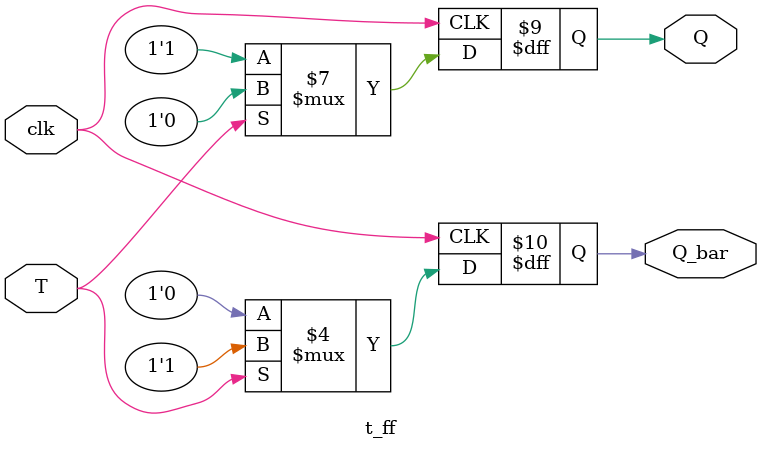
<source format=v>
module t_ff(
    input clk,
    input T,
    output reg Q,
    output reg Q_bar
);

always @(posedge clk) begin
    if(T == 0) begin
        Q <= 1;
        Q_bar <= 0;
    end
    else begin
        Q <= 0;
        Q_bar <= 1;
    end
end

endmodule
</source>
